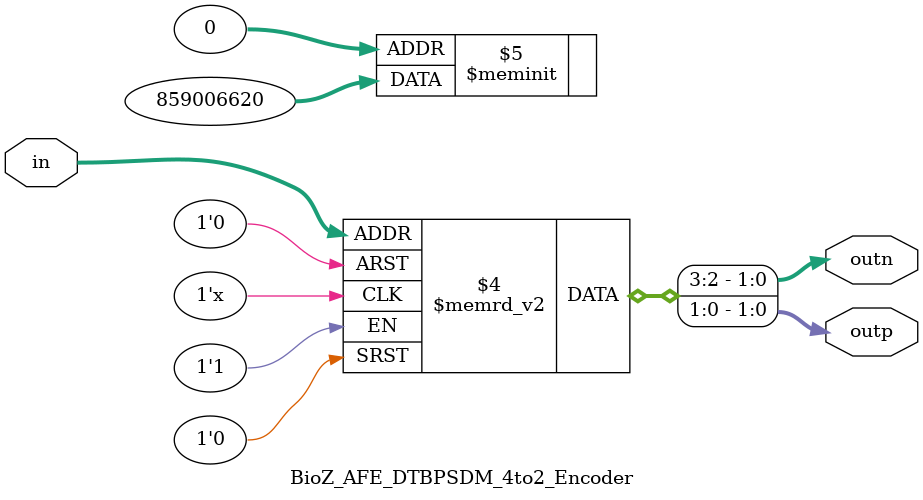
<source format=v>


module BioZ_AFE_DTBPSDM_4to2_Encoder  (in, outp, outn);

input [2:0] in;
output reg [1:0] outp;
output reg [1:0] outn;

always@(in) begin
	case(in)
		//0001
		3'b000:begin
			outp = 2'b00;
			outn = 2'b11;
		end
		//001x
		3'b001:begin
			outp = 2'b01;
			outn = 2'b10;
		end
		//01xx
		3'b010:begin
			outp = 2'b10;
			outn = 2'b01;
		end
		3'b011:begin
			outp = 2'b10;
			outn = 2'b01;
		end
		//1xxx
		3'b100:begin
			outp = 2'b11;
			outn = 2'b00;
		end
		3'b101:begin
			outp = 2'b11;
			outn = 2'b00;
		end
		3'b110:begin
			outp = 2'b11;
			outn = 2'b00;
		end
		3'b111:begin
			outp = 2'b11;
			outn = 2'b00;
		end
		default:$display("Error!");
	endcase
end

endmodule
</source>
